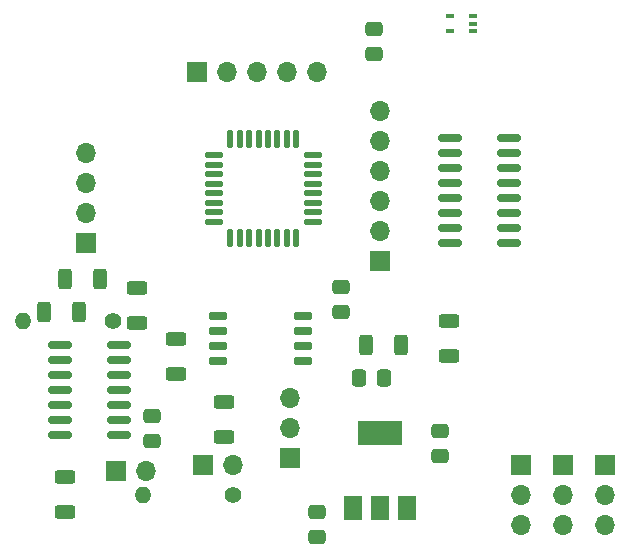
<source format=gbs>
%TF.GenerationSoftware,KiCad,Pcbnew,7.0.1*%
%TF.CreationDate,2023-04-28T23:06:10+02:00*%
%TF.ProjectId,test_ADC_and_CurrentSensors,74657374-5f41-4444-935f-616e645f4375,rev?*%
%TF.SameCoordinates,Original*%
%TF.FileFunction,Soldermask,Bot*%
%TF.FilePolarity,Negative*%
%FSLAX46Y46*%
G04 Gerber Fmt 4.6, Leading zero omitted, Abs format (unit mm)*
G04 Created by KiCad (PCBNEW 7.0.1) date 2023-04-28 23:06:10*
%MOMM*%
%LPD*%
G01*
G04 APERTURE LIST*
G04 Aperture macros list*
%AMRoundRect*
0 Rectangle with rounded corners*
0 $1 Rounding radius*
0 $2 $3 $4 $5 $6 $7 $8 $9 X,Y pos of 4 corners*
0 Add a 4 corners polygon primitive as box body*
4,1,4,$2,$3,$4,$5,$6,$7,$8,$9,$2,$3,0*
0 Add four circle primitives for the rounded corners*
1,1,$1+$1,$2,$3*
1,1,$1+$1,$4,$5*
1,1,$1+$1,$6,$7*
1,1,$1+$1,$8,$9*
0 Add four rect primitives between the rounded corners*
20,1,$1+$1,$2,$3,$4,$5,0*
20,1,$1+$1,$4,$5,$6,$7,0*
20,1,$1+$1,$6,$7,$8,$9,0*
20,1,$1+$1,$8,$9,$2,$3,0*%
G04 Aperture macros list end*
%ADD10R,1.700000X1.700000*%
%ADD11O,1.700000X1.700000*%
%ADD12C,1.400000*%
%ADD13O,1.400000X1.400000*%
%ADD14RoundRect,0.125000X-0.125000X0.625000X-0.125000X-0.625000X0.125000X-0.625000X0.125000X0.625000X0*%
%ADD15RoundRect,0.125000X-0.625000X0.125000X-0.625000X-0.125000X0.625000X-0.125000X0.625000X0.125000X0*%
%ADD16RoundRect,0.250000X-0.312500X-0.625000X0.312500X-0.625000X0.312500X0.625000X-0.312500X0.625000X0*%
%ADD17RoundRect,0.250000X0.625000X-0.312500X0.625000X0.312500X-0.625000X0.312500X-0.625000X-0.312500X0*%
%ADD18RoundRect,0.250000X-0.337500X-0.475000X0.337500X-0.475000X0.337500X0.475000X-0.337500X0.475000X0*%
%ADD19RoundRect,0.250000X-0.475000X0.337500X-0.475000X-0.337500X0.475000X-0.337500X0.475000X0.337500X0*%
%ADD20RoundRect,0.150000X0.825000X0.150000X-0.825000X0.150000X-0.825000X-0.150000X0.825000X-0.150000X0*%
%ADD21RoundRect,0.250000X0.312500X0.625000X-0.312500X0.625000X-0.312500X-0.625000X0.312500X-0.625000X0*%
%ADD22R,0.650000X0.400000*%
%ADD23RoundRect,0.250000X0.475000X-0.337500X0.475000X0.337500X-0.475000X0.337500X-0.475000X-0.337500X0*%
%ADD24RoundRect,0.150000X-0.650000X-0.150000X0.650000X-0.150000X0.650000X0.150000X-0.650000X0.150000X0*%
%ADD25R,1.500000X2.000000*%
%ADD26R,3.800000X2.000000*%
G04 APERTURE END LIST*
D10*
%TO.C,J8*%
X74930000Y-72390000D03*
D11*
X74930000Y-74930000D03*
X74930000Y-77470000D03*
%TD*%
D10*
%TO.C,J4*%
X55880000Y-55118000D03*
D11*
X55880000Y-52578000D03*
X55880000Y-50038000D03*
X55880000Y-47498000D03*
X55880000Y-44958000D03*
X55880000Y-42418000D03*
%TD*%
D10*
%TO.C,J6*%
X67818000Y-72390000D03*
D11*
X67818000Y-74930000D03*
X67818000Y-77470000D03*
%TD*%
D10*
%TO.C,J2*%
X40386000Y-39116000D03*
D11*
X42926000Y-39116000D03*
X45466000Y-39116000D03*
X48006000Y-39116000D03*
X50546000Y-39116000D03*
%TD*%
D10*
%TO.C,J3*%
X48260000Y-71802000D03*
D11*
X48260000Y-69262000D03*
X48260000Y-66722000D03*
%TD*%
D10*
%TO.C,J5*%
X40889000Y-72390000D03*
D11*
X43429000Y-72390000D03*
%TD*%
D12*
%TO.C,R8*%
X33274000Y-60198000D03*
D13*
X25654000Y-60198000D03*
%TD*%
D10*
%TO.C,J9*%
X33523000Y-72898000D03*
D11*
X36063000Y-72898000D03*
%TD*%
D10*
%TO.C,J7*%
X71374000Y-72390000D03*
D11*
X71374000Y-74930000D03*
X71374000Y-77470000D03*
%TD*%
D10*
%TO.C,J1*%
X30988000Y-53594000D03*
D11*
X30988000Y-51054000D03*
X30988000Y-48514000D03*
X30988000Y-45974000D03*
%TD*%
D14*
%TO.C,IC2*%
X43174000Y-44847000D03*
X43974000Y-44847000D03*
X44774000Y-44847000D03*
X45574000Y-44847000D03*
X46374000Y-44847000D03*
X47174000Y-44847000D03*
X47974000Y-44847000D03*
X48774000Y-44847000D03*
D15*
X50149000Y-46222000D03*
X50149000Y-47022000D03*
X50149000Y-47822000D03*
X50149000Y-48622000D03*
X50149000Y-49422000D03*
X50149000Y-50222000D03*
X50149000Y-51022000D03*
X50149000Y-51822000D03*
D14*
X48774000Y-53197000D03*
X47974000Y-53197000D03*
X47174000Y-53197000D03*
X46374000Y-53197000D03*
X45574000Y-53197000D03*
X44774000Y-53197000D03*
X43974000Y-53197000D03*
X43174000Y-53197000D03*
D15*
X41799000Y-51822000D03*
X41799000Y-51022000D03*
X41799000Y-50222000D03*
X41799000Y-49422000D03*
X41799000Y-48622000D03*
X41799000Y-47822000D03*
X41799000Y-47022000D03*
X41799000Y-46222000D03*
%TD*%
D16*
%TO.C,R5*%
X54671500Y-62230000D03*
X57596500Y-62230000D03*
%TD*%
D17*
%TO.C,R2*%
X38608000Y-64708500D03*
X38608000Y-61783500D03*
%TD*%
D18*
%TO.C,C2*%
X54080500Y-65024000D03*
X56155500Y-65024000D03*
%TD*%
D19*
%TO.C,C4*%
X50546000Y-76432500D03*
X50546000Y-78507500D03*
%TD*%
D20*
%TO.C,IC3*%
X66742000Y-44704000D03*
X66742000Y-45974000D03*
X66742000Y-47244000D03*
X66742000Y-48514000D03*
X66742000Y-49784000D03*
X66742000Y-51054000D03*
X66742000Y-52324000D03*
X66742000Y-53594000D03*
X61792000Y-53594000D03*
X61792000Y-52324000D03*
X61792000Y-51054000D03*
X61792000Y-49784000D03*
X61792000Y-48514000D03*
X61792000Y-47244000D03*
X61792000Y-45974000D03*
X61792000Y-44704000D03*
%TD*%
D17*
%TO.C,R3*%
X35306000Y-60390500D03*
X35306000Y-57465500D03*
%TD*%
%TO.C,R1*%
X42672000Y-70042500D03*
X42672000Y-67117500D03*
%TD*%
D21*
%TO.C,R4*%
X32135000Y-56642000D03*
X29210000Y-56642000D03*
%TD*%
D22*
%TO.C,U3*%
X63688000Y-34402000D03*
X63688000Y-35052000D03*
X63688000Y-35702000D03*
X61788000Y-35702000D03*
X61788000Y-34402000D03*
%TD*%
D16*
%TO.C,R9*%
X27432000Y-59436000D03*
X30357000Y-59436000D03*
%TD*%
D12*
%TO.C,R7*%
X43434000Y-74930000D03*
D13*
X35814000Y-74930000D03*
%TD*%
D23*
%TO.C,C1*%
X52529000Y-59457500D03*
X52529000Y-57382500D03*
%TD*%
D17*
%TO.C,R10*%
X29210000Y-76392500D03*
X29210000Y-73467500D03*
%TD*%
D24*
%TO.C,IC1*%
X42120000Y-63627000D03*
X42120000Y-62357000D03*
X42120000Y-61087000D03*
X42120000Y-59817000D03*
X49320000Y-59817000D03*
X49320000Y-61087000D03*
X49320000Y-62357000D03*
X49320000Y-63627000D03*
%TD*%
D17*
%TO.C,R6*%
X61722000Y-63184500D03*
X61722000Y-60259500D03*
%TD*%
D23*
%TO.C,C8*%
X36576000Y-70379500D03*
X36576000Y-68304500D03*
%TD*%
D20*
%TO.C,U1*%
X33717000Y-62230000D03*
X33717000Y-63500000D03*
X33717000Y-64770000D03*
X33717000Y-66040000D03*
X33717000Y-67310000D03*
X33717000Y-68580000D03*
X33717000Y-69850000D03*
X28767000Y-69850000D03*
X28767000Y-68580000D03*
X28767000Y-67310000D03*
X28767000Y-66040000D03*
X28767000Y-64770000D03*
X28767000Y-63500000D03*
X28767000Y-62230000D03*
%TD*%
D25*
%TO.C,U2*%
X58180000Y-76048000D03*
X55880000Y-76048000D03*
D26*
X55880000Y-69748000D03*
D25*
X53580000Y-76048000D03*
%TD*%
D19*
%TO.C,C5*%
X60960000Y-69574500D03*
X60960000Y-71649500D03*
%TD*%
%TO.C,C3*%
X55372000Y-35538500D03*
X55372000Y-37613500D03*
%TD*%
M02*

</source>
